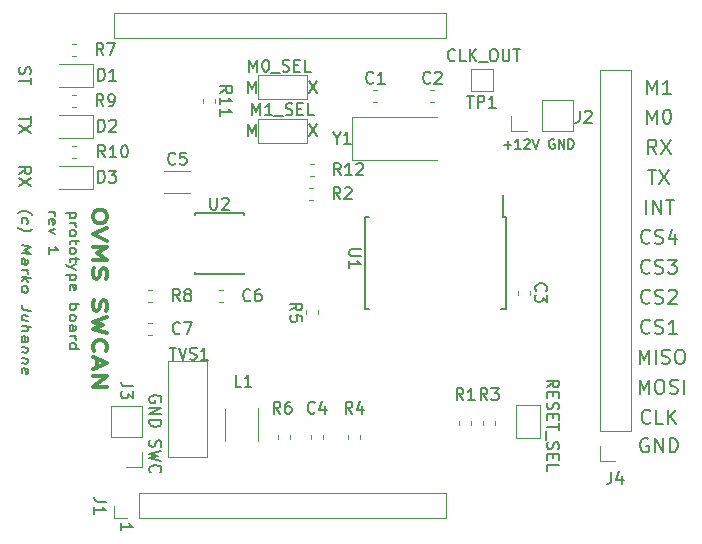
<source format=gto>
G04 #@! TF.GenerationSoftware,KiCad,Pcbnew,(5.1.0-0)*
G04 #@! TF.CreationDate,2019-04-23T18:51:06+03:00*
G04 #@! TF.ProjectId,ovms-swcan,6f766d73-2d73-4776-9361-6e2e6b696361,1.0*
G04 #@! TF.SameCoordinates,Original*
G04 #@! TF.FileFunction,Legend,Top*
G04 #@! TF.FilePolarity,Positive*
%FSLAX46Y46*%
G04 Gerber Fmt 4.6, Leading zero omitted, Abs format (unit mm)*
G04 Created by KiCad (PCBNEW (5.1.0-0)) date 2019-04-23 18:51:06*
%MOMM*%
%LPD*%
G04 APERTURE LIST*
%ADD10C,0.150000*%
%ADD11C,0.200000*%
%ADD12C,0.300000*%
%ADD13C,0.120000*%
G04 APERTURE END LIST*
D10*
X145529666Y-68256142D02*
X146139190Y-68256142D01*
X145834428Y-68560904D02*
X145834428Y-67951380D01*
X146939190Y-68560904D02*
X146482047Y-68560904D01*
X146710619Y-68560904D02*
X146710619Y-67760904D01*
X146634428Y-67875190D01*
X146558238Y-67951380D01*
X146482047Y-67989476D01*
X147243952Y-67837095D02*
X147282047Y-67799000D01*
X147358238Y-67760904D01*
X147548714Y-67760904D01*
X147624904Y-67799000D01*
X147663000Y-67837095D01*
X147701095Y-67913285D01*
X147701095Y-67989476D01*
X147663000Y-68103761D01*
X147205857Y-68560904D01*
X147701095Y-68560904D01*
X147929666Y-67760904D02*
X148196333Y-68560904D01*
X148463000Y-67760904D01*
X149758238Y-67799000D02*
X149682047Y-67760904D01*
X149567761Y-67760904D01*
X149453476Y-67799000D01*
X149377285Y-67875190D01*
X149339190Y-67951380D01*
X149301095Y-68103761D01*
X149301095Y-68218047D01*
X149339190Y-68370428D01*
X149377285Y-68446619D01*
X149453476Y-68522809D01*
X149567761Y-68560904D01*
X149643952Y-68560904D01*
X149758238Y-68522809D01*
X149796333Y-68484714D01*
X149796333Y-68218047D01*
X149643952Y-68218047D01*
X150139190Y-68560904D02*
X150139190Y-67760904D01*
X150596333Y-68560904D01*
X150596333Y-67760904D01*
X150977285Y-68560904D02*
X150977285Y-67760904D01*
X151167761Y-67760904D01*
X151282047Y-67799000D01*
X151358238Y-67875190D01*
X151396333Y-67951380D01*
X151434428Y-68103761D01*
X151434428Y-68218047D01*
X151396333Y-68370428D01*
X151358238Y-68446619D01*
X151282047Y-68522809D01*
X151167761Y-68560904D01*
X150977285Y-68560904D01*
X105449619Y-65786095D02*
X105449619Y-66357523D01*
X104449619Y-66071809D02*
X105449619Y-66071809D01*
X105449619Y-66595619D02*
X104449619Y-67262285D01*
X105449619Y-67262285D02*
X104449619Y-66595619D01*
X104449619Y-70699333D02*
X104925809Y-70366000D01*
X104449619Y-70127904D02*
X105449619Y-70127904D01*
X105449619Y-70508857D01*
X105402000Y-70604095D01*
X105354380Y-70651714D01*
X105259142Y-70699333D01*
X105116285Y-70699333D01*
X105021047Y-70651714D01*
X104973428Y-70604095D01*
X104925809Y-70508857D01*
X104925809Y-70127904D01*
X105449619Y-71032666D02*
X104449619Y-71699333D01*
X105449619Y-71699333D02*
X104449619Y-71032666D01*
X104497238Y-61690333D02*
X104449619Y-61833190D01*
X104449619Y-62071285D01*
X104497238Y-62166523D01*
X104544857Y-62214142D01*
X104640095Y-62261761D01*
X104735333Y-62261761D01*
X104830571Y-62214142D01*
X104878190Y-62166523D01*
X104925809Y-62071285D01*
X104973428Y-61880809D01*
X105021047Y-61785571D01*
X105068666Y-61737952D01*
X105163904Y-61690333D01*
X105259142Y-61690333D01*
X105354380Y-61737952D01*
X105402000Y-61785571D01*
X105449619Y-61880809D01*
X105449619Y-62118904D01*
X105402000Y-62261761D01*
X105449619Y-62547476D02*
X105449619Y-63118904D01*
X104449619Y-62833190D02*
X105449619Y-62833190D01*
X141359238Y-61063142D02*
X141311619Y-61110761D01*
X141168761Y-61158380D01*
X141073523Y-61158380D01*
X140930666Y-61110761D01*
X140835428Y-61015523D01*
X140787809Y-60920285D01*
X140740190Y-60729809D01*
X140740190Y-60586952D01*
X140787809Y-60396476D01*
X140835428Y-60301238D01*
X140930666Y-60206000D01*
X141073523Y-60158380D01*
X141168761Y-60158380D01*
X141311619Y-60206000D01*
X141359238Y-60253619D01*
X142264000Y-61158380D02*
X141787809Y-61158380D01*
X141787809Y-60158380D01*
X142597333Y-61158380D02*
X142597333Y-60158380D01*
X143168761Y-61158380D02*
X142740190Y-60586952D01*
X143168761Y-60158380D02*
X142597333Y-60729809D01*
X143359238Y-61253619D02*
X144121142Y-61253619D01*
X144549714Y-60158380D02*
X144740190Y-60158380D01*
X144835428Y-60206000D01*
X144930666Y-60301238D01*
X144978285Y-60491714D01*
X144978285Y-60825047D01*
X144930666Y-61015523D01*
X144835428Y-61110761D01*
X144740190Y-61158380D01*
X144549714Y-61158380D01*
X144454476Y-61110761D01*
X144359238Y-61015523D01*
X144311619Y-60825047D01*
X144311619Y-60491714D01*
X144359238Y-60301238D01*
X144454476Y-60206000D01*
X144549714Y-60158380D01*
X145406857Y-60158380D02*
X145406857Y-60967904D01*
X145454476Y-61063142D01*
X145502095Y-61110761D01*
X145597333Y-61158380D01*
X145787809Y-61158380D01*
X145883047Y-61110761D01*
X145930666Y-61063142D01*
X145978285Y-60967904D01*
X145978285Y-60158380D01*
X146311619Y-60158380D02*
X146883047Y-60158380D01*
X146597333Y-61158380D02*
X146597333Y-60158380D01*
X116451000Y-90019523D02*
X116498619Y-89924285D01*
X116498619Y-89781428D01*
X116451000Y-89638571D01*
X116355761Y-89543333D01*
X116260523Y-89495714D01*
X116070047Y-89448095D01*
X115927190Y-89448095D01*
X115736714Y-89495714D01*
X115641476Y-89543333D01*
X115546238Y-89638571D01*
X115498619Y-89781428D01*
X115498619Y-89876666D01*
X115546238Y-90019523D01*
X115593857Y-90067142D01*
X115927190Y-90067142D01*
X115927190Y-89876666D01*
X115498619Y-90495714D02*
X116498619Y-90495714D01*
X115498619Y-91067142D01*
X116498619Y-91067142D01*
X115498619Y-91543333D02*
X116498619Y-91543333D01*
X116498619Y-91781428D01*
X116451000Y-91924285D01*
X116355761Y-92019523D01*
X116260523Y-92067142D01*
X116070047Y-92114761D01*
X115927190Y-92114761D01*
X115736714Y-92067142D01*
X115641476Y-92019523D01*
X115546238Y-91924285D01*
X115498619Y-91781428D01*
X115498619Y-91543333D01*
X115546238Y-93257619D02*
X115498619Y-93400476D01*
X115498619Y-93638571D01*
X115546238Y-93733809D01*
X115593857Y-93781428D01*
X115689095Y-93829047D01*
X115784333Y-93829047D01*
X115879571Y-93781428D01*
X115927190Y-93733809D01*
X115974809Y-93638571D01*
X116022428Y-93448095D01*
X116070047Y-93352857D01*
X116117666Y-93305238D01*
X116212904Y-93257619D01*
X116308142Y-93257619D01*
X116403380Y-93305238D01*
X116451000Y-93352857D01*
X116498619Y-93448095D01*
X116498619Y-93686190D01*
X116451000Y-93829047D01*
X116498619Y-94162380D02*
X115498619Y-94400476D01*
X116212904Y-94590952D01*
X115498619Y-94781428D01*
X116498619Y-95019523D01*
X115593857Y-95971904D02*
X115546238Y-95924285D01*
X115498619Y-95781428D01*
X115498619Y-95686190D01*
X115546238Y-95543333D01*
X115641476Y-95448095D01*
X115736714Y-95400476D01*
X115927190Y-95352857D01*
X116070047Y-95352857D01*
X116260523Y-95400476D01*
X116355761Y-95448095D01*
X116451000Y-95543333D01*
X116498619Y-95686190D01*
X116498619Y-95781428D01*
X116451000Y-95924285D01*
X116403380Y-95971904D01*
D11*
X157651571Y-63915857D02*
X157651571Y-62715857D01*
X158051571Y-63573000D01*
X158451571Y-62715857D01*
X158451571Y-63915857D01*
X159651571Y-63915857D02*
X158965857Y-63915857D01*
X159308714Y-63915857D02*
X159308714Y-62715857D01*
X159194428Y-62887285D01*
X159080142Y-63001571D01*
X158965857Y-63058714D01*
X157651571Y-66455857D02*
X157651571Y-65255857D01*
X158051571Y-66113000D01*
X158451571Y-65255857D01*
X158451571Y-66455857D01*
X159251571Y-65255857D02*
X159365857Y-65255857D01*
X159480142Y-65313000D01*
X159537285Y-65370142D01*
X159594428Y-65484428D01*
X159651571Y-65713000D01*
X159651571Y-65998714D01*
X159594428Y-66227285D01*
X159537285Y-66341571D01*
X159480142Y-66398714D01*
X159365857Y-66455857D01*
X159251571Y-66455857D01*
X159137285Y-66398714D01*
X159080142Y-66341571D01*
X159023000Y-66227285D01*
X158965857Y-65998714D01*
X158965857Y-65713000D01*
X159023000Y-65484428D01*
X159080142Y-65370142D01*
X159137285Y-65313000D01*
X159251571Y-65255857D01*
X158423000Y-68995857D02*
X158023000Y-68424428D01*
X157737285Y-68995857D02*
X157737285Y-67795857D01*
X158194428Y-67795857D01*
X158308714Y-67853000D01*
X158365857Y-67910142D01*
X158423000Y-68024428D01*
X158423000Y-68195857D01*
X158365857Y-68310142D01*
X158308714Y-68367285D01*
X158194428Y-68424428D01*
X157737285Y-68424428D01*
X158823000Y-67795857D02*
X159623000Y-68995857D01*
X159623000Y-67795857D02*
X158823000Y-68995857D01*
X157708714Y-70335857D02*
X158394428Y-70335857D01*
X158051571Y-71535857D02*
X158051571Y-70335857D01*
X158680142Y-70335857D02*
X159480142Y-71535857D01*
X159480142Y-70335857D02*
X158680142Y-71535857D01*
X157537285Y-74075857D02*
X157537285Y-72875857D01*
X158108714Y-74075857D02*
X158108714Y-72875857D01*
X158794428Y-74075857D01*
X158794428Y-72875857D01*
X159194428Y-72875857D02*
X159880142Y-72875857D01*
X159537285Y-74075857D02*
X159537285Y-72875857D01*
X157851571Y-76501571D02*
X157794428Y-76558714D01*
X157623000Y-76615857D01*
X157508714Y-76615857D01*
X157337285Y-76558714D01*
X157223000Y-76444428D01*
X157165857Y-76330142D01*
X157108714Y-76101571D01*
X157108714Y-75930142D01*
X157165857Y-75701571D01*
X157223000Y-75587285D01*
X157337285Y-75473000D01*
X157508714Y-75415857D01*
X157623000Y-75415857D01*
X157794428Y-75473000D01*
X157851571Y-75530142D01*
X158308714Y-76558714D02*
X158480142Y-76615857D01*
X158765857Y-76615857D01*
X158880142Y-76558714D01*
X158937285Y-76501571D01*
X158994428Y-76387285D01*
X158994428Y-76273000D01*
X158937285Y-76158714D01*
X158880142Y-76101571D01*
X158765857Y-76044428D01*
X158537285Y-75987285D01*
X158423000Y-75930142D01*
X158365857Y-75873000D01*
X158308714Y-75758714D01*
X158308714Y-75644428D01*
X158365857Y-75530142D01*
X158423000Y-75473000D01*
X158537285Y-75415857D01*
X158823000Y-75415857D01*
X158994428Y-75473000D01*
X160023000Y-75815857D02*
X160023000Y-76615857D01*
X159737285Y-75358714D02*
X159451571Y-76215857D01*
X160194428Y-76215857D01*
X157851571Y-79041571D02*
X157794428Y-79098714D01*
X157623000Y-79155857D01*
X157508714Y-79155857D01*
X157337285Y-79098714D01*
X157223000Y-78984428D01*
X157165857Y-78870142D01*
X157108714Y-78641571D01*
X157108714Y-78470142D01*
X157165857Y-78241571D01*
X157223000Y-78127285D01*
X157337285Y-78013000D01*
X157508714Y-77955857D01*
X157623000Y-77955857D01*
X157794428Y-78013000D01*
X157851571Y-78070142D01*
X158308714Y-79098714D02*
X158480142Y-79155857D01*
X158765857Y-79155857D01*
X158880142Y-79098714D01*
X158937285Y-79041571D01*
X158994428Y-78927285D01*
X158994428Y-78813000D01*
X158937285Y-78698714D01*
X158880142Y-78641571D01*
X158765857Y-78584428D01*
X158537285Y-78527285D01*
X158423000Y-78470142D01*
X158365857Y-78413000D01*
X158308714Y-78298714D01*
X158308714Y-78184428D01*
X158365857Y-78070142D01*
X158423000Y-78013000D01*
X158537285Y-77955857D01*
X158823000Y-77955857D01*
X158994428Y-78013000D01*
X159394428Y-77955857D02*
X160137285Y-77955857D01*
X159737285Y-78413000D01*
X159908714Y-78413000D01*
X160023000Y-78470142D01*
X160080142Y-78527285D01*
X160137285Y-78641571D01*
X160137285Y-78927285D01*
X160080142Y-79041571D01*
X160023000Y-79098714D01*
X159908714Y-79155857D01*
X159565857Y-79155857D01*
X159451571Y-79098714D01*
X159394428Y-79041571D01*
X157851571Y-81581571D02*
X157794428Y-81638714D01*
X157623000Y-81695857D01*
X157508714Y-81695857D01*
X157337285Y-81638714D01*
X157223000Y-81524428D01*
X157165857Y-81410142D01*
X157108714Y-81181571D01*
X157108714Y-81010142D01*
X157165857Y-80781571D01*
X157223000Y-80667285D01*
X157337285Y-80553000D01*
X157508714Y-80495857D01*
X157623000Y-80495857D01*
X157794428Y-80553000D01*
X157851571Y-80610142D01*
X158308714Y-81638714D02*
X158480142Y-81695857D01*
X158765857Y-81695857D01*
X158880142Y-81638714D01*
X158937285Y-81581571D01*
X158994428Y-81467285D01*
X158994428Y-81353000D01*
X158937285Y-81238714D01*
X158880142Y-81181571D01*
X158765857Y-81124428D01*
X158537285Y-81067285D01*
X158423000Y-81010142D01*
X158365857Y-80953000D01*
X158308714Y-80838714D01*
X158308714Y-80724428D01*
X158365857Y-80610142D01*
X158423000Y-80553000D01*
X158537285Y-80495857D01*
X158823000Y-80495857D01*
X158994428Y-80553000D01*
X159451571Y-80610142D02*
X159508714Y-80553000D01*
X159623000Y-80495857D01*
X159908714Y-80495857D01*
X160023000Y-80553000D01*
X160080142Y-80610142D01*
X160137285Y-80724428D01*
X160137285Y-80838714D01*
X160080142Y-81010142D01*
X159394428Y-81695857D01*
X160137285Y-81695857D01*
X157851571Y-84121571D02*
X157794428Y-84178714D01*
X157623000Y-84235857D01*
X157508714Y-84235857D01*
X157337285Y-84178714D01*
X157223000Y-84064428D01*
X157165857Y-83950142D01*
X157108714Y-83721571D01*
X157108714Y-83550142D01*
X157165857Y-83321571D01*
X157223000Y-83207285D01*
X157337285Y-83093000D01*
X157508714Y-83035857D01*
X157623000Y-83035857D01*
X157794428Y-83093000D01*
X157851571Y-83150142D01*
X158308714Y-84178714D02*
X158480142Y-84235857D01*
X158765857Y-84235857D01*
X158880142Y-84178714D01*
X158937285Y-84121571D01*
X158994428Y-84007285D01*
X158994428Y-83893000D01*
X158937285Y-83778714D01*
X158880142Y-83721571D01*
X158765857Y-83664428D01*
X158537285Y-83607285D01*
X158423000Y-83550142D01*
X158365857Y-83493000D01*
X158308714Y-83378714D01*
X158308714Y-83264428D01*
X158365857Y-83150142D01*
X158423000Y-83093000D01*
X158537285Y-83035857D01*
X158823000Y-83035857D01*
X158994428Y-83093000D01*
X160137285Y-84235857D02*
X159451571Y-84235857D01*
X159794428Y-84235857D02*
X159794428Y-83035857D01*
X159680142Y-83207285D01*
X159565857Y-83321571D01*
X159451571Y-83378714D01*
X156991285Y-86775857D02*
X156991285Y-85575857D01*
X157391285Y-86433000D01*
X157791285Y-85575857D01*
X157791285Y-86775857D01*
X158362714Y-86775857D02*
X158362714Y-85575857D01*
X158877000Y-86718714D02*
X159048428Y-86775857D01*
X159334142Y-86775857D01*
X159448428Y-86718714D01*
X159505571Y-86661571D01*
X159562714Y-86547285D01*
X159562714Y-86433000D01*
X159505571Y-86318714D01*
X159448428Y-86261571D01*
X159334142Y-86204428D01*
X159105571Y-86147285D01*
X158991285Y-86090142D01*
X158934142Y-86033000D01*
X158877000Y-85918714D01*
X158877000Y-85804428D01*
X158934142Y-85690142D01*
X158991285Y-85633000D01*
X159105571Y-85575857D01*
X159391285Y-85575857D01*
X159562714Y-85633000D01*
X160305571Y-85575857D02*
X160534142Y-85575857D01*
X160648428Y-85633000D01*
X160762714Y-85747285D01*
X160819857Y-85975857D01*
X160819857Y-86375857D01*
X160762714Y-86604428D01*
X160648428Y-86718714D01*
X160534142Y-86775857D01*
X160305571Y-86775857D01*
X160191285Y-86718714D01*
X160077000Y-86604428D01*
X160019857Y-86375857D01*
X160019857Y-85975857D01*
X160077000Y-85747285D01*
X160191285Y-85633000D01*
X160305571Y-85575857D01*
X156991285Y-89315857D02*
X156991285Y-88115857D01*
X157391285Y-88973000D01*
X157791285Y-88115857D01*
X157791285Y-89315857D01*
X158591285Y-88115857D02*
X158819857Y-88115857D01*
X158934142Y-88173000D01*
X159048428Y-88287285D01*
X159105571Y-88515857D01*
X159105571Y-88915857D01*
X159048428Y-89144428D01*
X158934142Y-89258714D01*
X158819857Y-89315857D01*
X158591285Y-89315857D01*
X158477000Y-89258714D01*
X158362714Y-89144428D01*
X158305571Y-88915857D01*
X158305571Y-88515857D01*
X158362714Y-88287285D01*
X158477000Y-88173000D01*
X158591285Y-88115857D01*
X159562714Y-89258714D02*
X159734142Y-89315857D01*
X160019857Y-89315857D01*
X160134142Y-89258714D01*
X160191285Y-89201571D01*
X160248428Y-89087285D01*
X160248428Y-88973000D01*
X160191285Y-88858714D01*
X160134142Y-88801571D01*
X160019857Y-88744428D01*
X159791285Y-88687285D01*
X159677000Y-88630142D01*
X159619857Y-88573000D01*
X159562714Y-88458714D01*
X159562714Y-88344428D01*
X159619857Y-88230142D01*
X159677000Y-88173000D01*
X159791285Y-88115857D01*
X160077000Y-88115857D01*
X160248428Y-88173000D01*
X160762714Y-89315857D02*
X160762714Y-88115857D01*
X157908714Y-91741571D02*
X157851571Y-91798714D01*
X157680142Y-91855857D01*
X157565857Y-91855857D01*
X157394428Y-91798714D01*
X157280142Y-91684428D01*
X157223000Y-91570142D01*
X157165857Y-91341571D01*
X157165857Y-91170142D01*
X157223000Y-90941571D01*
X157280142Y-90827285D01*
X157394428Y-90713000D01*
X157565857Y-90655857D01*
X157680142Y-90655857D01*
X157851571Y-90713000D01*
X157908714Y-90770142D01*
X158994428Y-91855857D02*
X158423000Y-91855857D01*
X158423000Y-90655857D01*
X159394428Y-91855857D02*
X159394428Y-90655857D01*
X160080142Y-91855857D02*
X159565857Y-91170142D01*
X160080142Y-90655857D02*
X159394428Y-91341571D01*
X157708714Y-93126000D02*
X157594428Y-93068857D01*
X157423000Y-93068857D01*
X157251571Y-93126000D01*
X157137285Y-93240285D01*
X157080142Y-93354571D01*
X157023000Y-93583142D01*
X157023000Y-93754571D01*
X157080142Y-93983142D01*
X157137285Y-94097428D01*
X157251571Y-94211714D01*
X157423000Y-94268857D01*
X157537285Y-94268857D01*
X157708714Y-94211714D01*
X157765857Y-94154571D01*
X157765857Y-93754571D01*
X157537285Y-93754571D01*
X158280142Y-94268857D02*
X158280142Y-93068857D01*
X158965857Y-94268857D01*
X158965857Y-93068857D01*
X159537285Y-94268857D02*
X159537285Y-93068857D01*
X159823000Y-93068857D01*
X159994428Y-93126000D01*
X160108714Y-93240285D01*
X160165857Y-93354571D01*
X160223000Y-93583142D01*
X160223000Y-93754571D01*
X160165857Y-93983142D01*
X160108714Y-94097428D01*
X159994428Y-94211714D01*
X159823000Y-94268857D01*
X159537285Y-94268857D01*
X104362333Y-74052178D02*
X104400428Y-74009321D01*
X104514714Y-73928369D01*
X104590904Y-73890273D01*
X104705190Y-73856940D01*
X104895666Y-73833130D01*
X105048047Y-73852178D01*
X105238523Y-73923607D01*
X105352809Y-73985511D01*
X105429000Y-74042654D01*
X105543285Y-74152178D01*
X105581380Y-74204559D01*
X104705190Y-74904559D02*
X104667095Y-74804559D01*
X104667095Y-74614083D01*
X104705190Y-74523607D01*
X104743285Y-74480749D01*
X104819476Y-74442654D01*
X105048047Y-74471226D01*
X105124238Y-74528369D01*
X105162333Y-74580749D01*
X105200428Y-74680749D01*
X105200428Y-74871226D01*
X105162333Y-74961702D01*
X104362333Y-75195035D02*
X104400428Y-75247416D01*
X104514714Y-75356940D01*
X104590904Y-75414083D01*
X104705190Y-75475988D01*
X104895666Y-75547416D01*
X105048047Y-75566464D01*
X105238523Y-75542654D01*
X105352809Y-75509321D01*
X105429000Y-75471226D01*
X105543285Y-75390273D01*
X105581380Y-75347416D01*
X104667095Y-76756940D02*
X105467095Y-76856940D01*
X104895666Y-77118845D01*
X105467095Y-77523607D01*
X104667095Y-77423607D01*
X104667095Y-78328369D02*
X105086142Y-78380750D01*
X105162333Y-78342654D01*
X105200428Y-78252178D01*
X105200428Y-78061702D01*
X105162333Y-77961702D01*
X104705190Y-78333130D02*
X104667095Y-78233130D01*
X104667095Y-77995035D01*
X104705190Y-77904559D01*
X104781380Y-77866464D01*
X104857571Y-77875988D01*
X104933761Y-77933130D01*
X104971857Y-78033130D01*
X104971857Y-78271226D01*
X105009952Y-78371226D01*
X104667095Y-78804559D02*
X105200428Y-78871226D01*
X105048047Y-78852178D02*
X105124238Y-78909321D01*
X105162333Y-78961702D01*
X105200428Y-79061702D01*
X105200428Y-79156940D01*
X104667095Y-79423607D02*
X105467095Y-79523607D01*
X104971857Y-79556940D02*
X104667095Y-79804559D01*
X105200428Y-79871226D02*
X104895666Y-79452178D01*
X104667095Y-80375988D02*
X104705190Y-80285511D01*
X104743285Y-80242654D01*
X104819476Y-80204559D01*
X105048047Y-80233130D01*
X105124238Y-80290273D01*
X105162333Y-80342654D01*
X105200428Y-80442654D01*
X105200428Y-80585511D01*
X105162333Y-80675988D01*
X105124238Y-80718845D01*
X105048047Y-80756940D01*
X104819476Y-80728369D01*
X104743285Y-80671226D01*
X104705190Y-80618845D01*
X104667095Y-80518845D01*
X104667095Y-80375988D01*
X105467095Y-82285511D02*
X104895666Y-82214083D01*
X104781380Y-82152178D01*
X104705190Y-82047416D01*
X104667095Y-81899797D01*
X104667095Y-81804559D01*
X105200428Y-83156940D02*
X104667095Y-83090273D01*
X105200428Y-82728369D02*
X104781380Y-82675988D01*
X104705190Y-82714083D01*
X104667095Y-82804559D01*
X104667095Y-82947416D01*
X104705190Y-83047416D01*
X104743285Y-83099797D01*
X104667095Y-83566464D02*
X105467095Y-83666464D01*
X104667095Y-83995035D02*
X105086142Y-84047416D01*
X105162333Y-84009321D01*
X105200428Y-83918845D01*
X105200428Y-83775988D01*
X105162333Y-83675988D01*
X105124238Y-83623607D01*
X104667095Y-84899797D02*
X105086142Y-84952178D01*
X105162333Y-84914083D01*
X105200428Y-84823607D01*
X105200428Y-84633130D01*
X105162333Y-84533130D01*
X104705190Y-84904559D02*
X104667095Y-84804559D01*
X104667095Y-84566464D01*
X104705190Y-84475988D01*
X104781380Y-84437892D01*
X104857571Y-84447416D01*
X104933761Y-84504559D01*
X104971857Y-84604559D01*
X104971857Y-84842654D01*
X105009952Y-84942654D01*
X105200428Y-85442654D02*
X104667095Y-85375988D01*
X105124238Y-85433130D02*
X105162333Y-85485511D01*
X105200428Y-85585511D01*
X105200428Y-85728369D01*
X105162333Y-85818845D01*
X105086142Y-85856940D01*
X104667095Y-85804559D01*
X105200428Y-86347416D02*
X104667095Y-86280750D01*
X105124238Y-86337892D02*
X105162333Y-86390273D01*
X105200428Y-86490273D01*
X105200428Y-86633130D01*
X105162333Y-86723607D01*
X105086142Y-86761702D01*
X104667095Y-86709321D01*
X104705190Y-87571226D02*
X104667095Y-87471226D01*
X104667095Y-87280750D01*
X104705190Y-87190273D01*
X104781380Y-87152178D01*
X105086142Y-87190273D01*
X105162333Y-87247416D01*
X105200428Y-87347416D01*
X105200428Y-87537892D01*
X105162333Y-87628369D01*
X105086142Y-87666464D01*
X105009952Y-87656940D01*
X104933761Y-87171226D01*
X106953095Y-73953904D02*
X107486428Y-73953904D01*
X107334047Y-73953904D02*
X107410238Y-74001523D01*
X107448333Y-74049142D01*
X107486428Y-74144380D01*
X107486428Y-74239619D01*
X106991190Y-74953904D02*
X106953095Y-74858666D01*
X106953095Y-74668190D01*
X106991190Y-74572952D01*
X107067380Y-74525333D01*
X107372142Y-74525333D01*
X107448333Y-74572952D01*
X107486428Y-74668190D01*
X107486428Y-74858666D01*
X107448333Y-74953904D01*
X107372142Y-75001523D01*
X107295952Y-75001523D01*
X107219761Y-74525333D01*
X107486428Y-75334857D02*
X106953095Y-75572952D01*
X107486428Y-75811047D01*
X106953095Y-77477714D02*
X106953095Y-76906285D01*
X106953095Y-77192000D02*
X107753095Y-77192000D01*
X107638809Y-77096761D01*
X107562619Y-77001523D01*
X107524523Y-76906285D01*
X109264428Y-73994095D02*
X108464428Y-73994095D01*
X109226333Y-73994095D02*
X109264428Y-74089333D01*
X109264428Y-74279809D01*
X109226333Y-74375047D01*
X109188238Y-74422666D01*
X109112047Y-74470285D01*
X108883476Y-74470285D01*
X108807285Y-74422666D01*
X108769190Y-74375047D01*
X108731095Y-74279809D01*
X108731095Y-74089333D01*
X108769190Y-73994095D01*
X108731095Y-74898857D02*
X109264428Y-74898857D01*
X109112047Y-74898857D02*
X109188238Y-74946476D01*
X109226333Y-74994095D01*
X109264428Y-75089333D01*
X109264428Y-75184571D01*
X108731095Y-75660761D02*
X108769190Y-75565523D01*
X108807285Y-75517904D01*
X108883476Y-75470285D01*
X109112047Y-75470285D01*
X109188238Y-75517904D01*
X109226333Y-75565523D01*
X109264428Y-75660761D01*
X109264428Y-75803619D01*
X109226333Y-75898857D01*
X109188238Y-75946476D01*
X109112047Y-75994095D01*
X108883476Y-75994095D01*
X108807285Y-75946476D01*
X108769190Y-75898857D01*
X108731095Y-75803619D01*
X108731095Y-75660761D01*
X109264428Y-76279809D02*
X109264428Y-76660761D01*
X109531095Y-76422666D02*
X108845380Y-76422666D01*
X108769190Y-76470285D01*
X108731095Y-76565523D01*
X108731095Y-76660761D01*
X108731095Y-77136952D02*
X108769190Y-77041714D01*
X108807285Y-76994095D01*
X108883476Y-76946476D01*
X109112047Y-76946476D01*
X109188238Y-76994095D01*
X109226333Y-77041714D01*
X109264428Y-77136952D01*
X109264428Y-77279809D01*
X109226333Y-77375047D01*
X109188238Y-77422666D01*
X109112047Y-77470285D01*
X108883476Y-77470285D01*
X108807285Y-77422666D01*
X108769190Y-77375047D01*
X108731095Y-77279809D01*
X108731095Y-77136952D01*
X109264428Y-77756000D02*
X109264428Y-78136952D01*
X109531095Y-77898857D02*
X108845380Y-77898857D01*
X108769190Y-77946476D01*
X108731095Y-78041714D01*
X108731095Y-78136952D01*
X109264428Y-78375047D02*
X108731095Y-78613142D01*
X109264428Y-78851238D02*
X108731095Y-78613142D01*
X108540619Y-78517904D01*
X108502523Y-78470285D01*
X108464428Y-78375047D01*
X109264428Y-79232190D02*
X108464428Y-79232190D01*
X109226333Y-79232190D02*
X109264428Y-79327428D01*
X109264428Y-79517904D01*
X109226333Y-79613142D01*
X109188238Y-79660761D01*
X109112047Y-79708380D01*
X108883476Y-79708380D01*
X108807285Y-79660761D01*
X108769190Y-79613142D01*
X108731095Y-79517904D01*
X108731095Y-79327428D01*
X108769190Y-79232190D01*
X108769190Y-80517904D02*
X108731095Y-80422666D01*
X108731095Y-80232190D01*
X108769190Y-80136952D01*
X108845380Y-80089333D01*
X109150142Y-80089333D01*
X109226333Y-80136952D01*
X109264428Y-80232190D01*
X109264428Y-80422666D01*
X109226333Y-80517904D01*
X109150142Y-80565523D01*
X109073952Y-80565523D01*
X108997761Y-80089333D01*
X108731095Y-81756000D02*
X109531095Y-81756000D01*
X109226333Y-81756000D02*
X109264428Y-81851238D01*
X109264428Y-82041714D01*
X109226333Y-82136952D01*
X109188238Y-82184571D01*
X109112047Y-82232190D01*
X108883476Y-82232190D01*
X108807285Y-82184571D01*
X108769190Y-82136952D01*
X108731095Y-82041714D01*
X108731095Y-81851238D01*
X108769190Y-81756000D01*
X108731095Y-82803619D02*
X108769190Y-82708380D01*
X108807285Y-82660761D01*
X108883476Y-82613142D01*
X109112047Y-82613142D01*
X109188238Y-82660761D01*
X109226333Y-82708380D01*
X109264428Y-82803619D01*
X109264428Y-82946476D01*
X109226333Y-83041714D01*
X109188238Y-83089333D01*
X109112047Y-83136952D01*
X108883476Y-83136952D01*
X108807285Y-83089333D01*
X108769190Y-83041714D01*
X108731095Y-82946476D01*
X108731095Y-82803619D01*
X108731095Y-83994095D02*
X109150142Y-83994095D01*
X109226333Y-83946476D01*
X109264428Y-83851238D01*
X109264428Y-83660761D01*
X109226333Y-83565523D01*
X108769190Y-83994095D02*
X108731095Y-83898857D01*
X108731095Y-83660761D01*
X108769190Y-83565523D01*
X108845380Y-83517904D01*
X108921571Y-83517904D01*
X108997761Y-83565523D01*
X109035857Y-83660761D01*
X109035857Y-83898857D01*
X109073952Y-83994095D01*
X108731095Y-84470285D02*
X109264428Y-84470285D01*
X109112047Y-84470285D02*
X109188238Y-84517904D01*
X109226333Y-84565523D01*
X109264428Y-84660761D01*
X109264428Y-84756000D01*
X108731095Y-85517904D02*
X109531095Y-85517904D01*
X108769190Y-85517904D02*
X108731095Y-85422666D01*
X108731095Y-85232190D01*
X108769190Y-85136952D01*
X108807285Y-85089333D01*
X108883476Y-85041714D01*
X109112047Y-85041714D01*
X109188238Y-85089333D01*
X109226333Y-85136952D01*
X109264428Y-85232190D01*
X109264428Y-85422666D01*
X109226333Y-85517904D01*
D12*
X111909142Y-74156190D02*
X111909142Y-74460952D01*
X111852000Y-74613333D01*
X111737714Y-74765714D01*
X111509142Y-74841904D01*
X111109142Y-74841904D01*
X110880571Y-74765714D01*
X110766285Y-74613333D01*
X110709142Y-74460952D01*
X110709142Y-74156190D01*
X110766285Y-74003809D01*
X110880571Y-73851428D01*
X111109142Y-73775238D01*
X111509142Y-73775238D01*
X111737714Y-73851428D01*
X111852000Y-74003809D01*
X111909142Y-74156190D01*
X111909142Y-75299047D02*
X110709142Y-75832380D01*
X111909142Y-76365714D01*
X110709142Y-76899047D02*
X111909142Y-76899047D01*
X111052000Y-77432380D01*
X111909142Y-77965714D01*
X110709142Y-77965714D01*
X110766285Y-78651428D02*
X110709142Y-78880000D01*
X110709142Y-79260952D01*
X110766285Y-79413333D01*
X110823428Y-79489523D01*
X110937714Y-79565714D01*
X111052000Y-79565714D01*
X111166285Y-79489523D01*
X111223428Y-79413333D01*
X111280571Y-79260952D01*
X111337714Y-78956190D01*
X111394857Y-78803809D01*
X111452000Y-78727619D01*
X111566285Y-78651428D01*
X111680571Y-78651428D01*
X111794857Y-78727619D01*
X111852000Y-78803809D01*
X111909142Y-78956190D01*
X111909142Y-79337142D01*
X111852000Y-79565714D01*
X110766285Y-81394285D02*
X110709142Y-81622857D01*
X110709142Y-82003809D01*
X110766285Y-82156190D01*
X110823428Y-82232380D01*
X110937714Y-82308571D01*
X111052000Y-82308571D01*
X111166285Y-82232380D01*
X111223428Y-82156190D01*
X111280571Y-82003809D01*
X111337714Y-81699047D01*
X111394857Y-81546666D01*
X111452000Y-81470476D01*
X111566285Y-81394285D01*
X111680571Y-81394285D01*
X111794857Y-81470476D01*
X111852000Y-81546666D01*
X111909142Y-81699047D01*
X111909142Y-82080000D01*
X111852000Y-82308571D01*
X111909142Y-82841904D02*
X110709142Y-83222857D01*
X111566285Y-83527619D01*
X110709142Y-83832380D01*
X111909142Y-84213333D01*
X110823428Y-85737142D02*
X110766285Y-85660952D01*
X110709142Y-85432380D01*
X110709142Y-85280000D01*
X110766285Y-85051428D01*
X110880571Y-84899047D01*
X110994857Y-84822857D01*
X111223428Y-84746666D01*
X111394857Y-84746666D01*
X111623428Y-84822857D01*
X111737714Y-84899047D01*
X111852000Y-85051428D01*
X111909142Y-85280000D01*
X111909142Y-85432380D01*
X111852000Y-85660952D01*
X111794857Y-85737142D01*
X111052000Y-86346666D02*
X111052000Y-87108571D01*
X110709142Y-86194285D02*
X111909142Y-86727619D01*
X110709142Y-87260952D01*
X110709142Y-87794285D02*
X111909142Y-87794285D01*
X110709142Y-88708571D01*
X111909142Y-88708571D01*
D13*
X118967252Y-70464000D02*
X116744748Y-70464000D01*
X118967252Y-72284000D02*
X116744748Y-72284000D01*
D10*
X123487000Y-79156000D02*
X123487000Y-79106000D01*
X119337000Y-79156000D02*
X119337000Y-79011000D01*
X119337000Y-74006000D02*
X119337000Y-74151000D01*
X123487000Y-74006000D02*
X123487000Y-74151000D01*
X123487000Y-79156000D02*
X119337000Y-79156000D01*
X123487000Y-74006000D02*
X119337000Y-74006000D01*
D13*
X108921733Y-69344000D02*
X109264267Y-69344000D01*
X108921733Y-68324000D02*
X109264267Y-68324000D01*
X108921733Y-65026000D02*
X109264267Y-65026000D01*
X108921733Y-64006000D02*
X109264267Y-64006000D01*
X109264267Y-59688000D02*
X108921733Y-59688000D01*
X109264267Y-60708000D02*
X108921733Y-60708000D01*
X110708000Y-70033000D02*
X107848000Y-70033000D01*
X110708000Y-71953000D02*
X110708000Y-70033000D01*
X107848000Y-71953000D02*
X110708000Y-71953000D01*
X110708000Y-65715000D02*
X107848000Y-65715000D01*
X110708000Y-67635000D02*
X110708000Y-65715000D01*
X107848000Y-67635000D02*
X110708000Y-67635000D01*
X110690000Y-61397000D02*
X107830000Y-61397000D01*
X110690000Y-63317000D02*
X110690000Y-61397000D01*
X107830000Y-63317000D02*
X110690000Y-63317000D01*
X132610000Y-69491000D02*
X139860000Y-69491000D01*
X132610000Y-65891000D02*
X132610000Y-69491000D01*
X139860000Y-65891000D02*
X132610000Y-65891000D01*
D10*
X145650000Y-74357000D02*
X145400000Y-74357000D01*
X145650000Y-82107000D02*
X145305000Y-82107000D01*
X133750000Y-82107000D02*
X134095000Y-82107000D01*
X133750000Y-74357000D02*
X134095000Y-74357000D01*
X145650000Y-74357000D02*
X145650000Y-82107000D01*
X133750000Y-74357000D02*
X133750000Y-82107000D01*
X145400000Y-74357000D02*
X145400000Y-72532000D01*
D13*
X120395000Y-94702000D02*
X117095000Y-94702000D01*
X120395000Y-86574000D02*
X120395000Y-94702000D01*
X117095000Y-86574000D02*
X117095000Y-94702000D01*
X120395000Y-86574000D02*
X117095000Y-86574000D01*
X142687000Y-63688000D02*
X142687000Y-61788000D01*
X144587000Y-63688000D02*
X142687000Y-63688000D01*
X144587000Y-61788000D02*
X144587000Y-63688000D01*
X142687000Y-61788000D02*
X144587000Y-61788000D01*
X129457267Y-69848000D02*
X129114733Y-69848000D01*
X129457267Y-70868000D02*
X129114733Y-70868000D01*
X120013000Y-64344733D02*
X120013000Y-64687267D01*
X121033000Y-64344733D02*
X121033000Y-64687267D01*
X115741267Y-80516000D02*
X115398733Y-80516000D01*
X115741267Y-81536000D02*
X115398733Y-81536000D01*
X127383000Y-93135267D02*
X127383000Y-92792733D01*
X126363000Y-93135267D02*
X126363000Y-92792733D01*
X129796000Y-82608267D02*
X129796000Y-82265733D01*
X128776000Y-82608267D02*
X128776000Y-82265733D01*
X133352000Y-93135267D02*
X133352000Y-92792733D01*
X132332000Y-93135267D02*
X132332000Y-92792733D01*
X144782000Y-91978267D02*
X144782000Y-91635733D01*
X143762000Y-91978267D02*
X143762000Y-91635733D01*
X129344267Y-71880000D02*
X129001733Y-71880000D01*
X129344267Y-72900000D02*
X129001733Y-72900000D01*
X142750000Y-91978267D02*
X142750000Y-91635733D01*
X141730000Y-91978267D02*
X141730000Y-91635733D01*
X124714000Y-93334252D02*
X124714000Y-90561748D01*
X121920000Y-93345000D02*
X121920000Y-90572496D01*
X124726000Y-66056000D02*
X128826000Y-66056000D01*
X128826000Y-66056000D02*
X128826000Y-68056000D01*
X128826000Y-68056000D02*
X124726000Y-68056000D01*
X124726000Y-68056000D02*
X124726000Y-66056000D01*
X124696000Y-62373000D02*
X128796000Y-62373000D01*
X128796000Y-62373000D02*
X128796000Y-64373000D01*
X128796000Y-64373000D02*
X124696000Y-64373000D01*
X124696000Y-64373000D02*
X124696000Y-62373000D01*
X148574000Y-90294000D02*
X148574000Y-93094000D01*
X148574000Y-93094000D02*
X146574000Y-93094000D01*
X146574000Y-93094000D02*
X146574000Y-90294000D01*
X146574000Y-90294000D02*
X148574000Y-90294000D01*
X154940000Y-95056000D02*
X153610000Y-95056000D01*
X153610000Y-95056000D02*
X153610000Y-93726000D01*
X153610000Y-92456000D02*
X153610000Y-61916000D01*
X156270000Y-61916000D02*
X153610000Y-61916000D01*
X156270000Y-92456000D02*
X156270000Y-61916000D01*
X156270000Y-92456000D02*
X153610000Y-92456000D01*
X114868000Y-95564000D02*
X113538000Y-95564000D01*
X114868000Y-94234000D02*
X114868000Y-95564000D01*
X114868000Y-92964000D02*
X112208000Y-92964000D01*
X112208000Y-92964000D02*
X112208000Y-90364000D01*
X114868000Y-92964000D02*
X114868000Y-90364000D01*
X114868000Y-90364000D02*
X112208000Y-90364000D01*
X146117000Y-67116000D02*
X146117000Y-65786000D01*
X147447000Y-67116000D02*
X146117000Y-67116000D01*
X148717000Y-67116000D02*
X148717000Y-64456000D01*
X148717000Y-64456000D02*
X151317000Y-64456000D01*
X148717000Y-67116000D02*
X151317000Y-67116000D01*
X151317000Y-67116000D02*
X151317000Y-64456000D01*
X112512000Y-57106000D02*
X112512000Y-58166000D01*
X114572000Y-57106000D02*
X112556000Y-57106000D01*
X113572000Y-59226000D02*
X114572000Y-59226000D01*
X114572000Y-59226000D02*
X140632000Y-59226000D01*
X114572000Y-57106000D02*
X140632000Y-57106000D01*
X112512000Y-59226000D02*
X112512000Y-58166000D01*
X140632000Y-59226000D02*
X140632000Y-57106000D01*
X113572000Y-59226000D02*
X112512000Y-59226000D01*
X112512000Y-99866000D02*
X112512000Y-98806000D01*
X113572000Y-99866000D02*
X112512000Y-99866000D01*
X114572000Y-99866000D02*
X114572000Y-97746000D01*
X114572000Y-97746000D02*
X140632000Y-97746000D01*
X114572000Y-99866000D02*
X140632000Y-99866000D01*
X140632000Y-99866000D02*
X140632000Y-97746000D01*
X115398733Y-84330000D02*
X115741267Y-84330000D01*
X115398733Y-83310000D02*
X115741267Y-83310000D01*
X121353733Y-81536000D02*
X121696267Y-81536000D01*
X121353733Y-80516000D02*
X121696267Y-80516000D01*
X129157000Y-92806733D02*
X129157000Y-93149267D01*
X130177000Y-92806733D02*
X130177000Y-93149267D01*
X146683000Y-80600733D02*
X146683000Y-80943267D01*
X147703000Y-80600733D02*
X147703000Y-80943267D01*
X139617267Y-63625000D02*
X139274733Y-63625000D01*
X139617267Y-64645000D02*
X139274733Y-64645000D01*
X134448733Y-64645000D02*
X134791267Y-64645000D01*
X134448733Y-63625000D02*
X134791267Y-63625000D01*
D10*
X117689333Y-69826142D02*
X117641714Y-69873761D01*
X117498857Y-69921380D01*
X117403619Y-69921380D01*
X117260761Y-69873761D01*
X117165523Y-69778523D01*
X117117904Y-69683285D01*
X117070285Y-69492809D01*
X117070285Y-69349952D01*
X117117904Y-69159476D01*
X117165523Y-69064238D01*
X117260761Y-68969000D01*
X117403619Y-68921380D01*
X117498857Y-68921380D01*
X117641714Y-68969000D01*
X117689333Y-69016619D01*
X118594095Y-68921380D02*
X118117904Y-68921380D01*
X118070285Y-69397571D01*
X118117904Y-69349952D01*
X118213142Y-69302333D01*
X118451238Y-69302333D01*
X118546476Y-69349952D01*
X118594095Y-69397571D01*
X118641714Y-69492809D01*
X118641714Y-69730904D01*
X118594095Y-69826142D01*
X118546476Y-69873761D01*
X118451238Y-69921380D01*
X118213142Y-69921380D01*
X118117904Y-69873761D01*
X118070285Y-69826142D01*
X120650095Y-72731380D02*
X120650095Y-73540904D01*
X120697714Y-73636142D01*
X120745333Y-73683761D01*
X120840571Y-73731380D01*
X121031047Y-73731380D01*
X121126285Y-73683761D01*
X121173904Y-73636142D01*
X121221523Y-73540904D01*
X121221523Y-72731380D01*
X121650095Y-72826619D02*
X121697714Y-72779000D01*
X121792952Y-72731380D01*
X122031047Y-72731380D01*
X122126285Y-72779000D01*
X122173904Y-72826619D01*
X122221523Y-72921857D01*
X122221523Y-73017095D01*
X122173904Y-73159952D01*
X121602476Y-73731380D01*
X122221523Y-73731380D01*
X111752142Y-69286380D02*
X111418809Y-68810190D01*
X111180714Y-69286380D02*
X111180714Y-68286380D01*
X111561666Y-68286380D01*
X111656904Y-68334000D01*
X111704523Y-68381619D01*
X111752142Y-68476857D01*
X111752142Y-68619714D01*
X111704523Y-68714952D01*
X111656904Y-68762571D01*
X111561666Y-68810190D01*
X111180714Y-68810190D01*
X112704523Y-69286380D02*
X112133095Y-69286380D01*
X112418809Y-69286380D02*
X112418809Y-68286380D01*
X112323571Y-68429238D01*
X112228333Y-68524476D01*
X112133095Y-68572095D01*
X113323571Y-68286380D02*
X113418809Y-68286380D01*
X113514047Y-68334000D01*
X113561666Y-68381619D01*
X113609285Y-68476857D01*
X113656904Y-68667333D01*
X113656904Y-68905428D01*
X113609285Y-69095904D01*
X113561666Y-69191142D01*
X113514047Y-69238761D01*
X113418809Y-69286380D01*
X113323571Y-69286380D01*
X113228333Y-69238761D01*
X113180714Y-69191142D01*
X113133095Y-69095904D01*
X113085476Y-68905428D01*
X113085476Y-68667333D01*
X113133095Y-68476857D01*
X113180714Y-68381619D01*
X113228333Y-68334000D01*
X113323571Y-68286380D01*
X111607333Y-64968380D02*
X111274000Y-64492190D01*
X111035904Y-64968380D02*
X111035904Y-63968380D01*
X111416857Y-63968380D01*
X111512095Y-64016000D01*
X111559714Y-64063619D01*
X111607333Y-64158857D01*
X111607333Y-64301714D01*
X111559714Y-64396952D01*
X111512095Y-64444571D01*
X111416857Y-64492190D01*
X111035904Y-64492190D01*
X112083523Y-64968380D02*
X112274000Y-64968380D01*
X112369238Y-64920761D01*
X112416857Y-64873142D01*
X112512095Y-64730285D01*
X112559714Y-64539809D01*
X112559714Y-64158857D01*
X112512095Y-64063619D01*
X112464476Y-64016000D01*
X112369238Y-63968380D01*
X112178761Y-63968380D01*
X112083523Y-64016000D01*
X112035904Y-64063619D01*
X111988285Y-64158857D01*
X111988285Y-64396952D01*
X112035904Y-64492190D01*
X112083523Y-64539809D01*
X112178761Y-64587428D01*
X112369238Y-64587428D01*
X112464476Y-64539809D01*
X112512095Y-64492190D01*
X112559714Y-64396952D01*
X111607333Y-60650380D02*
X111274000Y-60174190D01*
X111035904Y-60650380D02*
X111035904Y-59650380D01*
X111416857Y-59650380D01*
X111512095Y-59698000D01*
X111559714Y-59745619D01*
X111607333Y-59840857D01*
X111607333Y-59983714D01*
X111559714Y-60078952D01*
X111512095Y-60126571D01*
X111416857Y-60174190D01*
X111035904Y-60174190D01*
X111940666Y-59650380D02*
X112607333Y-59650380D01*
X112178761Y-60650380D01*
X111148904Y-71445380D02*
X111148904Y-70445380D01*
X111387000Y-70445380D01*
X111529857Y-70493000D01*
X111625095Y-70588238D01*
X111672714Y-70683476D01*
X111720333Y-70873952D01*
X111720333Y-71016809D01*
X111672714Y-71207285D01*
X111625095Y-71302523D01*
X111529857Y-71397761D01*
X111387000Y-71445380D01*
X111148904Y-71445380D01*
X112053666Y-70445380D02*
X112672714Y-70445380D01*
X112339380Y-70826333D01*
X112482238Y-70826333D01*
X112577476Y-70873952D01*
X112625095Y-70921571D01*
X112672714Y-71016809D01*
X112672714Y-71254904D01*
X112625095Y-71350142D01*
X112577476Y-71397761D01*
X112482238Y-71445380D01*
X112196523Y-71445380D01*
X112101285Y-71397761D01*
X112053666Y-71350142D01*
X111148904Y-67127380D02*
X111148904Y-66127380D01*
X111387000Y-66127380D01*
X111529857Y-66175000D01*
X111625095Y-66270238D01*
X111672714Y-66365476D01*
X111720333Y-66555952D01*
X111720333Y-66698809D01*
X111672714Y-66889285D01*
X111625095Y-66984523D01*
X111529857Y-67079761D01*
X111387000Y-67127380D01*
X111148904Y-67127380D01*
X112101285Y-66222619D02*
X112148904Y-66175000D01*
X112244142Y-66127380D01*
X112482238Y-66127380D01*
X112577476Y-66175000D01*
X112625095Y-66222619D01*
X112672714Y-66317857D01*
X112672714Y-66413095D01*
X112625095Y-66555952D01*
X112053666Y-67127380D01*
X112672714Y-67127380D01*
X111148904Y-62809380D02*
X111148904Y-61809380D01*
X111387000Y-61809380D01*
X111529857Y-61857000D01*
X111625095Y-61952238D01*
X111672714Y-62047476D01*
X111720333Y-62237952D01*
X111720333Y-62380809D01*
X111672714Y-62571285D01*
X111625095Y-62666523D01*
X111529857Y-62761761D01*
X111387000Y-62809380D01*
X111148904Y-62809380D01*
X112672714Y-62809380D02*
X112101285Y-62809380D01*
X112387000Y-62809380D02*
X112387000Y-61809380D01*
X112291761Y-61952238D01*
X112196523Y-62047476D01*
X112101285Y-62095095D01*
X131349809Y-67667190D02*
X131349809Y-68143380D01*
X131016476Y-67143380D02*
X131349809Y-67667190D01*
X131683142Y-67143380D01*
X132540285Y-68143380D02*
X131968857Y-68143380D01*
X132254571Y-68143380D02*
X132254571Y-67143380D01*
X132159333Y-67286238D01*
X132064095Y-67381476D01*
X131968857Y-67429095D01*
X133389619Y-77089095D02*
X132580095Y-77089095D01*
X132484857Y-77136714D01*
X132437238Y-77184333D01*
X132389619Y-77279571D01*
X132389619Y-77470047D01*
X132437238Y-77565285D01*
X132484857Y-77612904D01*
X132580095Y-77660523D01*
X133389619Y-77660523D01*
X132389619Y-78660523D02*
X132389619Y-78089095D01*
X132389619Y-78374809D02*
X133389619Y-78374809D01*
X133246761Y-78279571D01*
X133151523Y-78184333D01*
X133103904Y-78089095D01*
X117205333Y-85431380D02*
X117776761Y-85431380D01*
X117491047Y-86431380D02*
X117491047Y-85431380D01*
X117967238Y-85431380D02*
X118300571Y-86431380D01*
X118633904Y-85431380D01*
X118919619Y-86383761D02*
X119062476Y-86431380D01*
X119300571Y-86431380D01*
X119395809Y-86383761D01*
X119443428Y-86336142D01*
X119491047Y-86240904D01*
X119491047Y-86145666D01*
X119443428Y-86050428D01*
X119395809Y-86002809D01*
X119300571Y-85955190D01*
X119110095Y-85907571D01*
X119014857Y-85859952D01*
X118967238Y-85812333D01*
X118919619Y-85717095D01*
X118919619Y-85621857D01*
X118967238Y-85526619D01*
X119014857Y-85479000D01*
X119110095Y-85431380D01*
X119348190Y-85431380D01*
X119491047Y-85479000D01*
X120443428Y-86431380D02*
X119872000Y-86431380D01*
X120157714Y-86431380D02*
X120157714Y-85431380D01*
X120062476Y-85574238D01*
X119967238Y-85669476D01*
X119872000Y-85717095D01*
X142375095Y-64095380D02*
X142946523Y-64095380D01*
X142660809Y-65095380D02*
X142660809Y-64095380D01*
X143279857Y-65095380D02*
X143279857Y-64095380D01*
X143660809Y-64095380D01*
X143756047Y-64143000D01*
X143803666Y-64190619D01*
X143851285Y-64285857D01*
X143851285Y-64428714D01*
X143803666Y-64523952D01*
X143756047Y-64571571D01*
X143660809Y-64619190D01*
X143279857Y-64619190D01*
X144803666Y-65095380D02*
X144232238Y-65095380D01*
X144517952Y-65095380D02*
X144517952Y-64095380D01*
X144422714Y-64238238D01*
X144327476Y-64333476D01*
X144232238Y-64381095D01*
X131691142Y-70810380D02*
X131357809Y-70334190D01*
X131119714Y-70810380D02*
X131119714Y-69810380D01*
X131500666Y-69810380D01*
X131595904Y-69858000D01*
X131643523Y-69905619D01*
X131691142Y-70000857D01*
X131691142Y-70143714D01*
X131643523Y-70238952D01*
X131595904Y-70286571D01*
X131500666Y-70334190D01*
X131119714Y-70334190D01*
X132643523Y-70810380D02*
X132072095Y-70810380D01*
X132357809Y-70810380D02*
X132357809Y-69810380D01*
X132262571Y-69953238D01*
X132167333Y-70048476D01*
X132072095Y-70096095D01*
X133024476Y-69905619D02*
X133072095Y-69858000D01*
X133167333Y-69810380D01*
X133405428Y-69810380D01*
X133500666Y-69858000D01*
X133548285Y-69905619D01*
X133595904Y-70000857D01*
X133595904Y-70096095D01*
X133548285Y-70238952D01*
X132976857Y-70810380D01*
X133595904Y-70810380D01*
X121500619Y-63873142D02*
X121976809Y-63539809D01*
X121500619Y-63301714D02*
X122500619Y-63301714D01*
X122500619Y-63682666D01*
X122453000Y-63777904D01*
X122405380Y-63825523D01*
X122310142Y-63873142D01*
X122167285Y-63873142D01*
X122072047Y-63825523D01*
X122024428Y-63777904D01*
X121976809Y-63682666D01*
X121976809Y-63301714D01*
X121500619Y-64825523D02*
X121500619Y-64254095D01*
X121500619Y-64539809D02*
X122500619Y-64539809D01*
X122357761Y-64444571D01*
X122262523Y-64349333D01*
X122214904Y-64254095D01*
X121500619Y-65777904D02*
X121500619Y-65206476D01*
X121500619Y-65492190D02*
X122500619Y-65492190D01*
X122357761Y-65396952D01*
X122262523Y-65301714D01*
X122214904Y-65206476D01*
X118070333Y-81478380D02*
X117737000Y-81002190D01*
X117498904Y-81478380D02*
X117498904Y-80478380D01*
X117879857Y-80478380D01*
X117975095Y-80526000D01*
X118022714Y-80573619D01*
X118070333Y-80668857D01*
X118070333Y-80811714D01*
X118022714Y-80906952D01*
X117975095Y-80954571D01*
X117879857Y-81002190D01*
X117498904Y-81002190D01*
X118641761Y-80906952D02*
X118546523Y-80859333D01*
X118498904Y-80811714D01*
X118451285Y-80716476D01*
X118451285Y-80668857D01*
X118498904Y-80573619D01*
X118546523Y-80526000D01*
X118641761Y-80478380D01*
X118832238Y-80478380D01*
X118927476Y-80526000D01*
X118975095Y-80573619D01*
X119022714Y-80668857D01*
X119022714Y-80716476D01*
X118975095Y-80811714D01*
X118927476Y-80859333D01*
X118832238Y-80906952D01*
X118641761Y-80906952D01*
X118546523Y-80954571D01*
X118498904Y-81002190D01*
X118451285Y-81097428D01*
X118451285Y-81287904D01*
X118498904Y-81383142D01*
X118546523Y-81430761D01*
X118641761Y-81478380D01*
X118832238Y-81478380D01*
X118927476Y-81430761D01*
X118975095Y-81383142D01*
X119022714Y-81287904D01*
X119022714Y-81097428D01*
X118975095Y-81002190D01*
X118927476Y-80954571D01*
X118832238Y-80906952D01*
X126579333Y-91003380D02*
X126246000Y-90527190D01*
X126007904Y-91003380D02*
X126007904Y-90003380D01*
X126388857Y-90003380D01*
X126484095Y-90051000D01*
X126531714Y-90098619D01*
X126579333Y-90193857D01*
X126579333Y-90336714D01*
X126531714Y-90431952D01*
X126484095Y-90479571D01*
X126388857Y-90527190D01*
X126007904Y-90527190D01*
X127436476Y-90003380D02*
X127246000Y-90003380D01*
X127150761Y-90051000D01*
X127103142Y-90098619D01*
X127007904Y-90241476D01*
X126960285Y-90431952D01*
X126960285Y-90812904D01*
X127007904Y-90908142D01*
X127055523Y-90955761D01*
X127150761Y-91003380D01*
X127341238Y-91003380D01*
X127436476Y-90955761D01*
X127484095Y-90908142D01*
X127531714Y-90812904D01*
X127531714Y-90574809D01*
X127484095Y-90479571D01*
X127436476Y-90431952D01*
X127341238Y-90384333D01*
X127150761Y-90384333D01*
X127055523Y-90431952D01*
X127007904Y-90479571D01*
X126960285Y-90574809D01*
X127403619Y-82270333D02*
X127879809Y-81937000D01*
X127403619Y-81698904D02*
X128403619Y-81698904D01*
X128403619Y-82079857D01*
X128356000Y-82175095D01*
X128308380Y-82222714D01*
X128213142Y-82270333D01*
X128070285Y-82270333D01*
X127975047Y-82222714D01*
X127927428Y-82175095D01*
X127879809Y-82079857D01*
X127879809Y-81698904D01*
X128403619Y-83175095D02*
X128403619Y-82698904D01*
X127927428Y-82651285D01*
X127975047Y-82698904D01*
X128022666Y-82794142D01*
X128022666Y-83032238D01*
X127975047Y-83127476D01*
X127927428Y-83175095D01*
X127832190Y-83222714D01*
X127594095Y-83222714D01*
X127498857Y-83175095D01*
X127451238Y-83127476D01*
X127403619Y-83032238D01*
X127403619Y-82794142D01*
X127451238Y-82698904D01*
X127498857Y-82651285D01*
X132675333Y-91003380D02*
X132342000Y-90527190D01*
X132103904Y-91003380D02*
X132103904Y-90003380D01*
X132484857Y-90003380D01*
X132580095Y-90051000D01*
X132627714Y-90098619D01*
X132675333Y-90193857D01*
X132675333Y-90336714D01*
X132627714Y-90431952D01*
X132580095Y-90479571D01*
X132484857Y-90527190D01*
X132103904Y-90527190D01*
X133532476Y-90336714D02*
X133532476Y-91003380D01*
X133294380Y-89955761D02*
X133056285Y-90670047D01*
X133675333Y-90670047D01*
X144105333Y-89860380D02*
X143772000Y-89384190D01*
X143533904Y-89860380D02*
X143533904Y-88860380D01*
X143914857Y-88860380D01*
X144010095Y-88908000D01*
X144057714Y-88955619D01*
X144105333Y-89050857D01*
X144105333Y-89193714D01*
X144057714Y-89288952D01*
X144010095Y-89336571D01*
X143914857Y-89384190D01*
X143533904Y-89384190D01*
X144438666Y-88860380D02*
X145057714Y-88860380D01*
X144724380Y-89241333D01*
X144867238Y-89241333D01*
X144962476Y-89288952D01*
X145010095Y-89336571D01*
X145057714Y-89431809D01*
X145057714Y-89669904D01*
X145010095Y-89765142D01*
X144962476Y-89812761D01*
X144867238Y-89860380D01*
X144581523Y-89860380D01*
X144486285Y-89812761D01*
X144438666Y-89765142D01*
X131659333Y-72842380D02*
X131326000Y-72366190D01*
X131087904Y-72842380D02*
X131087904Y-71842380D01*
X131468857Y-71842380D01*
X131564095Y-71890000D01*
X131611714Y-71937619D01*
X131659333Y-72032857D01*
X131659333Y-72175714D01*
X131611714Y-72270952D01*
X131564095Y-72318571D01*
X131468857Y-72366190D01*
X131087904Y-72366190D01*
X132040285Y-71937619D02*
X132087904Y-71890000D01*
X132183142Y-71842380D01*
X132421238Y-71842380D01*
X132516476Y-71890000D01*
X132564095Y-71937619D01*
X132611714Y-72032857D01*
X132611714Y-72128095D01*
X132564095Y-72270952D01*
X131992666Y-72842380D01*
X132611714Y-72842380D01*
X142073333Y-89860380D02*
X141740000Y-89384190D01*
X141501904Y-89860380D02*
X141501904Y-88860380D01*
X141882857Y-88860380D01*
X141978095Y-88908000D01*
X142025714Y-88955619D01*
X142073333Y-89050857D01*
X142073333Y-89193714D01*
X142025714Y-89288952D01*
X141978095Y-89336571D01*
X141882857Y-89384190D01*
X141501904Y-89384190D01*
X143025714Y-89860380D02*
X142454285Y-89860380D01*
X142740000Y-89860380D02*
X142740000Y-88860380D01*
X142644761Y-89003238D01*
X142549523Y-89098476D01*
X142454285Y-89146095D01*
X123277333Y-88717380D02*
X122801142Y-88717380D01*
X122801142Y-87717380D01*
X124134476Y-88717380D02*
X123563047Y-88717380D01*
X123848761Y-88717380D02*
X123848761Y-87717380D01*
X123753523Y-87860238D01*
X123658285Y-87955476D01*
X123563047Y-88003095D01*
X124222190Y-65730380D02*
X124222190Y-64730380D01*
X124555523Y-65444666D01*
X124888857Y-64730380D01*
X124888857Y-65730380D01*
X125888857Y-65730380D02*
X125317428Y-65730380D01*
X125603142Y-65730380D02*
X125603142Y-64730380D01*
X125507904Y-64873238D01*
X125412666Y-64968476D01*
X125317428Y-65016095D01*
X126079333Y-65825619D02*
X126841238Y-65825619D01*
X127031714Y-65682761D02*
X127174571Y-65730380D01*
X127412666Y-65730380D01*
X127507904Y-65682761D01*
X127555523Y-65635142D01*
X127603142Y-65539904D01*
X127603142Y-65444666D01*
X127555523Y-65349428D01*
X127507904Y-65301809D01*
X127412666Y-65254190D01*
X127222190Y-65206571D01*
X127126952Y-65158952D01*
X127079333Y-65111333D01*
X127031714Y-65016095D01*
X127031714Y-64920857D01*
X127079333Y-64825619D01*
X127126952Y-64778000D01*
X127222190Y-64730380D01*
X127460285Y-64730380D01*
X127603142Y-64778000D01*
X128031714Y-65206571D02*
X128365047Y-65206571D01*
X128507904Y-65730380D02*
X128031714Y-65730380D01*
X128031714Y-64730380D01*
X128507904Y-64730380D01*
X129412666Y-65730380D02*
X128936476Y-65730380D01*
X128936476Y-64730380D01*
X123842666Y-67508380D02*
X123842666Y-66508380D01*
X124176000Y-67222666D01*
X124509333Y-66508380D01*
X124509333Y-67508380D01*
X129042666Y-66508380D02*
X129709333Y-67508380D01*
X129709333Y-66508380D02*
X129042666Y-67508380D01*
X123968190Y-62047380D02*
X123968190Y-61047380D01*
X124301523Y-61761666D01*
X124634857Y-61047380D01*
X124634857Y-62047380D01*
X125301523Y-61047380D02*
X125396761Y-61047380D01*
X125492000Y-61095000D01*
X125539619Y-61142619D01*
X125587238Y-61237857D01*
X125634857Y-61428333D01*
X125634857Y-61666428D01*
X125587238Y-61856904D01*
X125539619Y-61952142D01*
X125492000Y-61999761D01*
X125396761Y-62047380D01*
X125301523Y-62047380D01*
X125206285Y-61999761D01*
X125158666Y-61952142D01*
X125111047Y-61856904D01*
X125063428Y-61666428D01*
X125063428Y-61428333D01*
X125111047Y-61237857D01*
X125158666Y-61142619D01*
X125206285Y-61095000D01*
X125301523Y-61047380D01*
X125825333Y-62142619D02*
X126587238Y-62142619D01*
X126777714Y-61999761D02*
X126920571Y-62047380D01*
X127158666Y-62047380D01*
X127253904Y-61999761D01*
X127301523Y-61952142D01*
X127349142Y-61856904D01*
X127349142Y-61761666D01*
X127301523Y-61666428D01*
X127253904Y-61618809D01*
X127158666Y-61571190D01*
X126968190Y-61523571D01*
X126872952Y-61475952D01*
X126825333Y-61428333D01*
X126777714Y-61333095D01*
X126777714Y-61237857D01*
X126825333Y-61142619D01*
X126872952Y-61095000D01*
X126968190Y-61047380D01*
X127206285Y-61047380D01*
X127349142Y-61095000D01*
X127777714Y-61523571D02*
X128111047Y-61523571D01*
X128253904Y-62047380D02*
X127777714Y-62047380D01*
X127777714Y-61047380D01*
X128253904Y-61047380D01*
X129158666Y-62047380D02*
X128682476Y-62047380D01*
X128682476Y-61047380D01*
X123812666Y-63825380D02*
X123812666Y-62825380D01*
X124146000Y-63539666D01*
X124479333Y-62825380D01*
X124479333Y-63825380D01*
X129012666Y-62825380D02*
X129679333Y-63825380D01*
X129679333Y-62825380D02*
X129012666Y-63825380D01*
X149153619Y-88781333D02*
X149629809Y-88448000D01*
X149153619Y-88209904D02*
X150153619Y-88209904D01*
X150153619Y-88590857D01*
X150106000Y-88686095D01*
X150058380Y-88733714D01*
X149963142Y-88781333D01*
X149820285Y-88781333D01*
X149725047Y-88733714D01*
X149677428Y-88686095D01*
X149629809Y-88590857D01*
X149629809Y-88209904D01*
X149677428Y-89209904D02*
X149677428Y-89543238D01*
X149153619Y-89686095D02*
X149153619Y-89209904D01*
X150153619Y-89209904D01*
X150153619Y-89686095D01*
X149201238Y-90067047D02*
X149153619Y-90209904D01*
X149153619Y-90448000D01*
X149201238Y-90543238D01*
X149248857Y-90590857D01*
X149344095Y-90638476D01*
X149439333Y-90638476D01*
X149534571Y-90590857D01*
X149582190Y-90543238D01*
X149629809Y-90448000D01*
X149677428Y-90257523D01*
X149725047Y-90162285D01*
X149772666Y-90114666D01*
X149867904Y-90067047D01*
X149963142Y-90067047D01*
X150058380Y-90114666D01*
X150106000Y-90162285D01*
X150153619Y-90257523D01*
X150153619Y-90495619D01*
X150106000Y-90638476D01*
X149677428Y-91067047D02*
X149677428Y-91400380D01*
X149153619Y-91543238D02*
X149153619Y-91067047D01*
X150153619Y-91067047D01*
X150153619Y-91543238D01*
X150153619Y-91828952D02*
X150153619Y-92400380D01*
X149153619Y-92114666D02*
X150153619Y-92114666D01*
X149058380Y-92495619D02*
X149058380Y-93257523D01*
X149201238Y-93448000D02*
X149153619Y-93590857D01*
X149153619Y-93828952D01*
X149201238Y-93924190D01*
X149248857Y-93971809D01*
X149344095Y-94019428D01*
X149439333Y-94019428D01*
X149534571Y-93971809D01*
X149582190Y-93924190D01*
X149629809Y-93828952D01*
X149677428Y-93638476D01*
X149725047Y-93543238D01*
X149772666Y-93495619D01*
X149867904Y-93448000D01*
X149963142Y-93448000D01*
X150058380Y-93495619D01*
X150106000Y-93543238D01*
X150153619Y-93638476D01*
X150153619Y-93876571D01*
X150106000Y-94019428D01*
X149677428Y-94448000D02*
X149677428Y-94781333D01*
X149153619Y-94924190D02*
X149153619Y-94448000D01*
X150153619Y-94448000D01*
X150153619Y-94924190D01*
X149153619Y-95828952D02*
X149153619Y-95352761D01*
X150153619Y-95352761D01*
X154606666Y-95948380D02*
X154606666Y-96662666D01*
X154559047Y-96805523D01*
X154463809Y-96900761D01*
X154320952Y-96948380D01*
X154225714Y-96948380D01*
X155511428Y-96281714D02*
X155511428Y-96948380D01*
X155273333Y-95900761D02*
X155035238Y-96615047D01*
X155654285Y-96615047D01*
X114085619Y-88693666D02*
X113371333Y-88693666D01*
X113228476Y-88646047D01*
X113133238Y-88550809D01*
X113085619Y-88407952D01*
X113085619Y-88312714D01*
X114085619Y-89074619D02*
X114085619Y-89693666D01*
X113704666Y-89360333D01*
X113704666Y-89503190D01*
X113657047Y-89598428D01*
X113609428Y-89646047D01*
X113514190Y-89693666D01*
X113276095Y-89693666D01*
X113180857Y-89646047D01*
X113133238Y-89598428D01*
X113085619Y-89503190D01*
X113085619Y-89217476D01*
X113133238Y-89122238D01*
X113180857Y-89074619D01*
X151939666Y-65365380D02*
X151939666Y-66079666D01*
X151892047Y-66222523D01*
X151796809Y-66317761D01*
X151653952Y-66365380D01*
X151558714Y-66365380D01*
X152368238Y-65460619D02*
X152415857Y-65413000D01*
X152511095Y-65365380D01*
X152749190Y-65365380D01*
X152844428Y-65413000D01*
X152892047Y-65460619D01*
X152939666Y-65555857D01*
X152939666Y-65651095D01*
X152892047Y-65793952D01*
X152320619Y-66365380D01*
X152939666Y-66365380D01*
X111833619Y-98472666D02*
X111119333Y-98472666D01*
X110976476Y-98425047D01*
X110881238Y-98329809D01*
X110833619Y-98186952D01*
X110833619Y-98091714D01*
X110833619Y-99472666D02*
X110833619Y-98901238D01*
X110833619Y-99186952D02*
X111833619Y-99186952D01*
X111690761Y-99091714D01*
X111595523Y-98996476D01*
X111547904Y-98901238D01*
X113085619Y-100869714D02*
X113085619Y-100298285D01*
X113085619Y-100584000D02*
X114085619Y-100584000D01*
X113942761Y-100488761D01*
X113847523Y-100393523D01*
X113799904Y-100298285D01*
X118070333Y-84177142D02*
X118022714Y-84224761D01*
X117879857Y-84272380D01*
X117784619Y-84272380D01*
X117641761Y-84224761D01*
X117546523Y-84129523D01*
X117498904Y-84034285D01*
X117451285Y-83843809D01*
X117451285Y-83700952D01*
X117498904Y-83510476D01*
X117546523Y-83415238D01*
X117641761Y-83320000D01*
X117784619Y-83272380D01*
X117879857Y-83272380D01*
X118022714Y-83320000D01*
X118070333Y-83367619D01*
X118403666Y-83272380D02*
X119070333Y-83272380D01*
X118641761Y-84272380D01*
X124039333Y-81383142D02*
X123991714Y-81430761D01*
X123848857Y-81478380D01*
X123753619Y-81478380D01*
X123610761Y-81430761D01*
X123515523Y-81335523D01*
X123467904Y-81240285D01*
X123420285Y-81049809D01*
X123420285Y-80906952D01*
X123467904Y-80716476D01*
X123515523Y-80621238D01*
X123610761Y-80526000D01*
X123753619Y-80478380D01*
X123848857Y-80478380D01*
X123991714Y-80526000D01*
X124039333Y-80573619D01*
X124896476Y-80478380D02*
X124706000Y-80478380D01*
X124610761Y-80526000D01*
X124563142Y-80573619D01*
X124467904Y-80716476D01*
X124420285Y-80906952D01*
X124420285Y-81287904D01*
X124467904Y-81383142D01*
X124515523Y-81430761D01*
X124610761Y-81478380D01*
X124801238Y-81478380D01*
X124896476Y-81430761D01*
X124944095Y-81383142D01*
X124991714Y-81287904D01*
X124991714Y-81049809D01*
X124944095Y-80954571D01*
X124896476Y-80906952D01*
X124801238Y-80859333D01*
X124610761Y-80859333D01*
X124515523Y-80906952D01*
X124467904Y-80954571D01*
X124420285Y-81049809D01*
X129500333Y-90908142D02*
X129452714Y-90955761D01*
X129309857Y-91003380D01*
X129214619Y-91003380D01*
X129071761Y-90955761D01*
X128976523Y-90860523D01*
X128928904Y-90765285D01*
X128881285Y-90574809D01*
X128881285Y-90431952D01*
X128928904Y-90241476D01*
X128976523Y-90146238D01*
X129071761Y-90051000D01*
X129214619Y-90003380D01*
X129309857Y-90003380D01*
X129452714Y-90051000D01*
X129500333Y-90098619D01*
X130357476Y-90336714D02*
X130357476Y-91003380D01*
X130119380Y-89955761D02*
X129881285Y-90670047D01*
X130500333Y-90670047D01*
X148265857Y-80605333D02*
X148218238Y-80557714D01*
X148170619Y-80414857D01*
X148170619Y-80319619D01*
X148218238Y-80176761D01*
X148313476Y-80081523D01*
X148408714Y-80033904D01*
X148599190Y-79986285D01*
X148742047Y-79986285D01*
X148932523Y-80033904D01*
X149027761Y-80081523D01*
X149123000Y-80176761D01*
X149170619Y-80319619D01*
X149170619Y-80414857D01*
X149123000Y-80557714D01*
X149075380Y-80605333D01*
X149170619Y-80938666D02*
X149170619Y-81557714D01*
X148789666Y-81224380D01*
X148789666Y-81367238D01*
X148742047Y-81462476D01*
X148694428Y-81510095D01*
X148599190Y-81557714D01*
X148361095Y-81557714D01*
X148265857Y-81510095D01*
X148218238Y-81462476D01*
X148170619Y-81367238D01*
X148170619Y-81081523D01*
X148218238Y-80986285D01*
X148265857Y-80938666D01*
X139279333Y-62968142D02*
X139231714Y-63015761D01*
X139088857Y-63063380D01*
X138993619Y-63063380D01*
X138850761Y-63015761D01*
X138755523Y-62920523D01*
X138707904Y-62825285D01*
X138660285Y-62634809D01*
X138660285Y-62491952D01*
X138707904Y-62301476D01*
X138755523Y-62206238D01*
X138850761Y-62111000D01*
X138993619Y-62063380D01*
X139088857Y-62063380D01*
X139231714Y-62111000D01*
X139279333Y-62158619D01*
X139660285Y-62158619D02*
X139707904Y-62111000D01*
X139803142Y-62063380D01*
X140041238Y-62063380D01*
X140136476Y-62111000D01*
X140184095Y-62158619D01*
X140231714Y-62253857D01*
X140231714Y-62349095D01*
X140184095Y-62491952D01*
X139612666Y-63063380D01*
X140231714Y-63063380D01*
X134453333Y-62968142D02*
X134405714Y-63015761D01*
X134262857Y-63063380D01*
X134167619Y-63063380D01*
X134024761Y-63015761D01*
X133929523Y-62920523D01*
X133881904Y-62825285D01*
X133834285Y-62634809D01*
X133834285Y-62491952D01*
X133881904Y-62301476D01*
X133929523Y-62206238D01*
X134024761Y-62111000D01*
X134167619Y-62063380D01*
X134262857Y-62063380D01*
X134405714Y-62111000D01*
X134453333Y-62158619D01*
X135405714Y-63063380D02*
X134834285Y-63063380D01*
X135120000Y-63063380D02*
X135120000Y-62063380D01*
X135024761Y-62206238D01*
X134929523Y-62301476D01*
X134834285Y-62349095D01*
M02*

</source>
